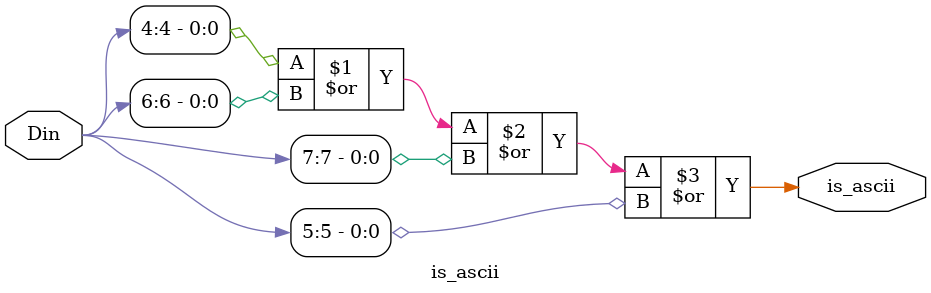
<source format=v>


module is_ascii(
	Din,
	is_ascii
);


input wire	[7:0] Din;
output wire	is_ascii;





assign	is_ascii = Din[4] | Din[6] | Din[7] | Din[5];


endmodule

</source>
